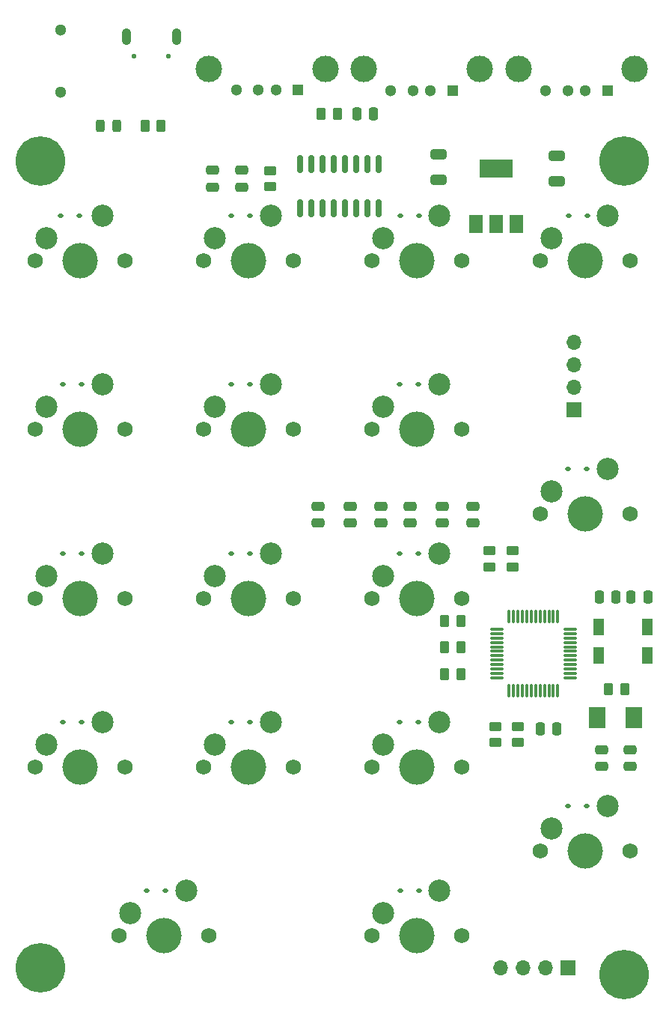
<source format=gbs>
G04 #@! TF.GenerationSoftware,KiCad,Pcbnew,7.0.5-7.0.5~ubuntu22.04.1*
G04 #@! TF.CreationDate,2023-07-02T16:03:02+02:00*
G04 #@! TF.ProjectId,keyboard,6b657962-6f61-4726-942e-6b696361645f,v1.0*
G04 #@! TF.SameCoordinates,Original*
G04 #@! TF.FileFunction,Soldermask,Bot*
G04 #@! TF.FilePolarity,Negative*
%FSLAX46Y46*%
G04 Gerber Fmt 4.6, Leading zero omitted, Abs format (unit mm)*
G04 Created by KiCad (PCBNEW 7.0.5-7.0.5~ubuntu22.04.1) date 2023-07-02 16:03:02*
%MOMM*%
%LPD*%
G01*
G04 APERTURE LIST*
G04 Aperture macros list*
%AMRoundRect*
0 Rectangle with rounded corners*
0 $1 Rounding radius*
0 $2 $3 $4 $5 $6 $7 $8 $9 X,Y pos of 4 corners*
0 Add a 4 corners polygon primitive as box body*
4,1,4,$2,$3,$4,$5,$6,$7,$8,$9,$2,$3,0*
0 Add four circle primitives for the rounded corners*
1,1,$1+$1,$2,$3*
1,1,$1+$1,$4,$5*
1,1,$1+$1,$6,$7*
1,1,$1+$1,$8,$9*
0 Add four rect primitives between the rounded corners*
20,1,$1+$1,$2,$3,$4,$5,0*
20,1,$1+$1,$4,$5,$6,$7,0*
20,1,$1+$1,$6,$7,$8,$9,0*
20,1,$1+$1,$8,$9,$2,$3,0*%
G04 Aperture macros list end*
%ADD10C,5.600000*%
%ADD11C,1.750000*%
%ADD12C,4.000000*%
%ADD13C,2.500000*%
%ADD14R,1.300000X1.300000*%
%ADD15C,1.300000*%
%ADD16C,3.000000*%
%ADD17C,0.550000*%
%ADD18O,1.050000X1.900000*%
%ADD19R,1.300000X1.900000*%
%ADD20RoundRect,0.112500X-0.187500X-0.112500X0.187500X-0.112500X0.187500X0.112500X-0.187500X0.112500X0*%
%ADD21RoundRect,0.250000X0.262500X0.450000X-0.262500X0.450000X-0.262500X-0.450000X0.262500X-0.450000X0*%
%ADD22RoundRect,0.250000X-0.475000X0.250000X-0.475000X-0.250000X0.475000X-0.250000X0.475000X0.250000X0*%
%ADD23RoundRect,0.250000X0.475000X-0.250000X0.475000X0.250000X-0.475000X0.250000X-0.475000X-0.250000X0*%
%ADD24RoundRect,0.075000X0.662500X0.075000X-0.662500X0.075000X-0.662500X-0.075000X0.662500X-0.075000X0*%
%ADD25RoundRect,0.075000X0.075000X0.662500X-0.075000X0.662500X-0.075000X-0.662500X0.075000X-0.662500X0*%
%ADD26RoundRect,0.250000X0.650000X-0.325000X0.650000X0.325000X-0.650000X0.325000X-0.650000X-0.325000X0*%
%ADD27R,1.500000X2.000000*%
%ADD28R,3.800000X2.000000*%
%ADD29RoundRect,0.250000X0.450000X-0.262500X0.450000X0.262500X-0.450000X0.262500X-0.450000X-0.262500X0*%
%ADD30RoundRect,0.250000X-0.262500X-0.450000X0.262500X-0.450000X0.262500X0.450000X-0.262500X0.450000X0*%
%ADD31RoundRect,0.150000X0.150000X-0.850000X0.150000X0.850000X-0.150000X0.850000X-0.150000X-0.850000X0*%
%ADD32RoundRect,0.250000X0.250000X0.475000X-0.250000X0.475000X-0.250000X-0.475000X0.250000X-0.475000X0*%
%ADD33RoundRect,0.250000X-0.450000X0.262500X-0.450000X-0.262500X0.450000X-0.262500X0.450000X0.262500X0*%
%ADD34RoundRect,0.243750X-0.243750X-0.456250X0.243750X-0.456250X0.243750X0.456250X-0.243750X0.456250X0*%
%ADD35RoundRect,0.250000X-0.250000X-0.475000X0.250000X-0.475000X0.250000X0.475000X-0.250000X0.475000X0*%
%ADD36R,1.700000X1.700000*%
%ADD37O,1.700000X1.700000*%
%ADD38R,1.900000X2.400000*%
G04 APERTURE END LIST*
D10*
X185420000Y-51000000D03*
D11*
X118770400Y-100431600D03*
D12*
X123850400Y-100431600D03*
D11*
X128930400Y-100431600D03*
D13*
X120040400Y-97891600D03*
X126390400Y-95351600D03*
D11*
X118770400Y-62280800D03*
D12*
X123850400Y-62280800D03*
D11*
X128930400Y-62280800D03*
D13*
X120040400Y-59740800D03*
X126390400Y-57200800D03*
D11*
X156870400Y-138531600D03*
D12*
X161950400Y-138531600D03*
D11*
X167030400Y-138531600D03*
D13*
X158140400Y-135991600D03*
X164490400Y-133451600D03*
D11*
X156870400Y-81330800D03*
D12*
X161950400Y-81330800D03*
D11*
X167030400Y-81330800D03*
D13*
X158140400Y-78790800D03*
X164490400Y-76250800D03*
D11*
X118770400Y-81330800D03*
D12*
X123850400Y-81330800D03*
D11*
X128930400Y-81330800D03*
D13*
X120040400Y-78790800D03*
X126390400Y-76250800D03*
D11*
X128270000Y-138531600D03*
D12*
X133350000Y-138531600D03*
D11*
X138430000Y-138531600D03*
D13*
X129540000Y-135991600D03*
X135890000Y-133451600D03*
D11*
X156870400Y-100431600D03*
D12*
X161950400Y-100431600D03*
D11*
X167030400Y-100431600D03*
D13*
X158140400Y-97891600D03*
X164490400Y-95351600D03*
D14*
X166000000Y-43025000D03*
D15*
X163500000Y-43025000D03*
X161500000Y-43025000D03*
X159000000Y-43025000D03*
D16*
X155930000Y-40625000D03*
X169070000Y-40625000D03*
D10*
X185420000Y-143000000D03*
D11*
X156870400Y-119481600D03*
D12*
X161950400Y-119481600D03*
D11*
X167030400Y-119481600D03*
D13*
X158140400Y-116941600D03*
X164490400Y-114401600D03*
D11*
X137820400Y-81330800D03*
D12*
X142900400Y-81330800D03*
D11*
X147980400Y-81330800D03*
D13*
X139090400Y-78790800D03*
X145440400Y-76250800D03*
D11*
X175920400Y-62280800D03*
D12*
X181000400Y-62280800D03*
D11*
X186080400Y-62280800D03*
D13*
X177190400Y-59740800D03*
X183540400Y-57200800D03*
D11*
X175920400Y-128981200D03*
D12*
X181000400Y-128981200D03*
D11*
X186080400Y-128981200D03*
D13*
X177190400Y-126441200D03*
X183540400Y-123901200D03*
D17*
X133821600Y-39132400D03*
X129971600Y-39132400D03*
D18*
X134721600Y-36982400D03*
X129071600Y-36982400D03*
D11*
X137820400Y-100431600D03*
D12*
X142900400Y-100431600D03*
D11*
X147980400Y-100431600D03*
D13*
X139090400Y-97891600D03*
X145440400Y-95351600D03*
D11*
X156870400Y-62280800D03*
D12*
X161950400Y-62280800D03*
D11*
X167030400Y-62280800D03*
D13*
X158140400Y-59740800D03*
X164490400Y-57200800D03*
D10*
X119380000Y-51000000D03*
D14*
X183500000Y-43025000D03*
D15*
X181000000Y-43025000D03*
X179000000Y-43025000D03*
X176500000Y-43025000D03*
D16*
X173430000Y-40625000D03*
X186570000Y-40625000D03*
D15*
X121615200Y-36190800D03*
X121615200Y-43190800D03*
D14*
X148500000Y-43000000D03*
D15*
X146000000Y-43000000D03*
X144000000Y-43000000D03*
X141500000Y-43000000D03*
D16*
X138430000Y-40600000D03*
X151570000Y-40600000D03*
D11*
X118770400Y-119481600D03*
D12*
X123850400Y-119481600D03*
D11*
X128930400Y-119481600D03*
D13*
X120040400Y-116941600D03*
X126390400Y-114401600D03*
D11*
X137820400Y-119481600D03*
D12*
X142900400Y-119481600D03*
D11*
X147980400Y-119481600D03*
D13*
X139090400Y-116941600D03*
X145440400Y-114401600D03*
D11*
X175920400Y-90881200D03*
D12*
X181000400Y-90881200D03*
D11*
X186080400Y-90881200D03*
D13*
X177190400Y-88341200D03*
X183540400Y-85801200D03*
D11*
X137820400Y-62280800D03*
D12*
X142900400Y-62280800D03*
D11*
X147980400Y-62280800D03*
D13*
X139090400Y-59740800D03*
X145440400Y-57200800D03*
D10*
X119380000Y-142240000D03*
D19*
X182543000Y-103683000D03*
X188043000Y-103683000D03*
X188043000Y-106883000D03*
X182543000Y-106883000D03*
D20*
X140936000Y-57200800D03*
X143036000Y-57200800D03*
D21*
X185467000Y-110744000D03*
X183642000Y-110744000D03*
D22*
X142087600Y-52050000D03*
X142087600Y-53950000D03*
D20*
X140936000Y-76250800D03*
X143036000Y-76250800D03*
X121632000Y-57200800D03*
X123732000Y-57200800D03*
X121886000Y-114427000D03*
X123986000Y-114427000D03*
D23*
X182880000Y-119441000D03*
X182880000Y-117541000D03*
D20*
X121886000Y-95377000D03*
X123986000Y-95377000D03*
D24*
X179295500Y-103930000D03*
X179295500Y-104430000D03*
X179295500Y-104930000D03*
X179295500Y-105430000D03*
X179295500Y-105930000D03*
X179295500Y-106430000D03*
X179295500Y-106930000D03*
X179295500Y-107430000D03*
X179295500Y-107930000D03*
X179295500Y-108430000D03*
X179295500Y-108930000D03*
X179295500Y-109430000D03*
D25*
X177883000Y-110842500D03*
X177383000Y-110842500D03*
X176883000Y-110842500D03*
X176383000Y-110842500D03*
X175883000Y-110842500D03*
X175383000Y-110842500D03*
X174883000Y-110842500D03*
X174383000Y-110842500D03*
X173883000Y-110842500D03*
X173383000Y-110842500D03*
X172883000Y-110842500D03*
X172383000Y-110842500D03*
D24*
X170970500Y-109430000D03*
X170970500Y-108930000D03*
X170970500Y-108430000D03*
X170970500Y-107930000D03*
X170970500Y-107430000D03*
X170970500Y-106930000D03*
X170970500Y-106430000D03*
X170970500Y-105930000D03*
X170970500Y-105430000D03*
X170970500Y-104930000D03*
X170970500Y-104430000D03*
X170970500Y-103930000D03*
D25*
X172383000Y-102517500D03*
X172883000Y-102517500D03*
X173383000Y-102517500D03*
X173883000Y-102517500D03*
X174383000Y-102517500D03*
X174883000Y-102517500D03*
X175383000Y-102517500D03*
X175883000Y-102517500D03*
X176383000Y-102517500D03*
X176883000Y-102517500D03*
X177383000Y-102517500D03*
X177883000Y-102517500D03*
D26*
X177800000Y-53340000D03*
X177800000Y-50390000D03*
X164363278Y-53174275D03*
X164363278Y-50224275D03*
D27*
X173191200Y-58166400D03*
X170891200Y-58166400D03*
D28*
X170891200Y-51866400D03*
D27*
X168591200Y-58166400D03*
D29*
X172770800Y-96912500D03*
X172770800Y-95087500D03*
D22*
X168275000Y-90050000D03*
X168275000Y-91950000D03*
D30*
X165087500Y-109000000D03*
X166912500Y-109000000D03*
D31*
X157607000Y-56348000D03*
X156337000Y-56348000D03*
X155067000Y-56348000D03*
X153797000Y-56348000D03*
X152527000Y-56348000D03*
X151257000Y-56348000D03*
X149987000Y-56348000D03*
X148717000Y-56348000D03*
X148717000Y-51348000D03*
X149987000Y-51348000D03*
X151257000Y-51348000D03*
X152527000Y-51348000D03*
X153797000Y-51348000D03*
X155067000Y-51348000D03*
X156337000Y-51348000D03*
X157607000Y-51348000D03*
D32*
X184465000Y-100330000D03*
X182565000Y-100330000D03*
D20*
X121886000Y-76250800D03*
X123986000Y-76250800D03*
D33*
X145338800Y-52087500D03*
X145338800Y-53912500D03*
D20*
X179036000Y-85801200D03*
X181136000Y-85801200D03*
X140936000Y-95377000D03*
X143036000Y-95377000D03*
D23*
X186055000Y-119441000D03*
X186055000Y-117541000D03*
D33*
X170815000Y-114935000D03*
X170815000Y-116760000D03*
D34*
X126125000Y-47000000D03*
X128000000Y-47000000D03*
D20*
X179163000Y-57200800D03*
X181263000Y-57200800D03*
D35*
X175900000Y-115189000D03*
X177800000Y-115189000D03*
D22*
X161163000Y-90050000D03*
X161163000Y-91950000D03*
X138781100Y-52050000D03*
X138781100Y-53950000D03*
D33*
X173355000Y-114935000D03*
X173355000Y-116760000D03*
D20*
X140936000Y-114427000D03*
X143036000Y-114427000D03*
D21*
X166912500Y-103000000D03*
X165087500Y-103000000D03*
D36*
X179730400Y-79136400D03*
D37*
X179730400Y-76596400D03*
X179730400Y-74056400D03*
X179730400Y-71516400D03*
D20*
X131411000Y-133477000D03*
X133511000Y-133477000D03*
D21*
X152958800Y-45669200D03*
X151133800Y-45669200D03*
D20*
X159986000Y-76250800D03*
X162086000Y-76250800D03*
D36*
X179059130Y-142193079D03*
D37*
X176519130Y-142193079D03*
X173979130Y-142193079D03*
X171439130Y-142193079D03*
D22*
X164846000Y-90050000D03*
X164846000Y-91950000D03*
D20*
X159986000Y-114427000D03*
X162086000Y-114427000D03*
D38*
X186454000Y-113919000D03*
X182354000Y-113919000D03*
D21*
X166912500Y-106000000D03*
X165087500Y-106000000D03*
D30*
X131175000Y-47000000D03*
X133000000Y-47000000D03*
D20*
X160113000Y-133477000D03*
X162213000Y-133477000D03*
X179036000Y-123952000D03*
X181136000Y-123952000D03*
D32*
X157066755Y-45670538D03*
X155166755Y-45670538D03*
D22*
X157861000Y-90050000D03*
X157861000Y-91950000D03*
D20*
X159986000Y-95377000D03*
X162086000Y-95377000D03*
D22*
X150749000Y-90050000D03*
X150749000Y-91950000D03*
D29*
X170180000Y-96912500D03*
X170180000Y-95087500D03*
D20*
X160113000Y-57200800D03*
X162213000Y-57200800D03*
D22*
X154432000Y-90050000D03*
X154432000Y-91950000D03*
D35*
X186161600Y-100330000D03*
X188061600Y-100330000D03*
M02*

</source>
